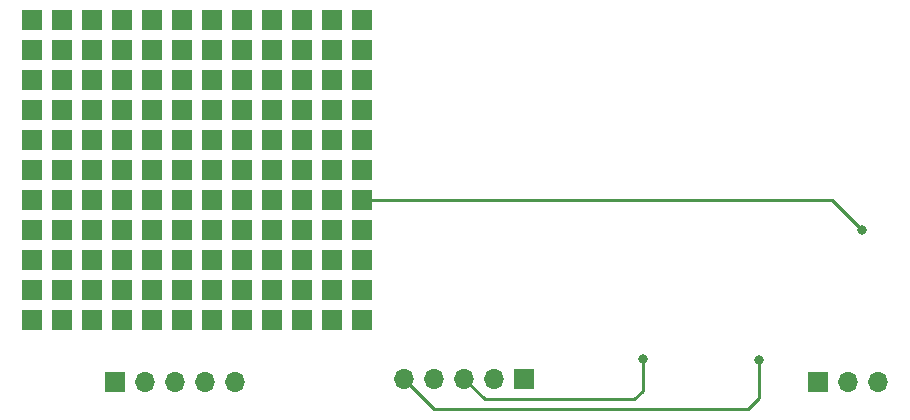
<source format=gbr>
%TF.GenerationSoftware,KiCad,Pcbnew,(6.0.9)*%
%TF.CreationDate,2022-11-20T11:02:00-05:00*%
%TF.ProjectId,PicoBoard,5069636f-426f-4617-9264-2e6b69636164,rev?*%
%TF.SameCoordinates,Original*%
%TF.FileFunction,Copper,L2,Bot*%
%TF.FilePolarity,Positive*%
%FSLAX46Y46*%
G04 Gerber Fmt 4.6, Leading zero omitted, Abs format (unit mm)*
G04 Created by KiCad (PCBNEW (6.0.9)) date 2022-11-20 11:02:00*
%MOMM*%
%LPD*%
G01*
G04 APERTURE LIST*
%TA.AperFunction,ComponentPad*%
%ADD10R,1.700000X1.700000*%
%TD*%
%TA.AperFunction,ComponentPad*%
%ADD11O,1.700000X1.700000*%
%TD*%
%TA.AperFunction,ViaPad*%
%ADD12C,0.800000*%
%TD*%
%TA.AperFunction,Conductor*%
%ADD13C,0.250000*%
%TD*%
G04 APERTURE END LIST*
D10*
%TO.P,,1*%
%TO.N,N/C*%
X27940000Y-27940000D03*
X27940000Y-27940000D03*
%TD*%
%TO.P,,1*%
%TO.N,N/C*%
X25400000Y-27940000D03*
X25400000Y-27940000D03*
%TD*%
%TO.P,,1*%
%TO.N,N/C*%
X40640000Y-27940000D03*
X40640000Y-27940000D03*
%TD*%
%TO.P,,1*%
%TO.N,N/C*%
X45720000Y-27940000D03*
X45720000Y-27940000D03*
%TD*%
%TO.P,,1*%
%TO.N,N/C*%
X22860000Y-27940000D03*
X22860000Y-27940000D03*
%TD*%
%TO.P,,1*%
%TO.N,N/C*%
X33020000Y-27940000D03*
X33020000Y-27940000D03*
%TD*%
%TO.P,,1*%
%TO.N,N/C*%
X35560000Y-27940000D03*
X35560000Y-27940000D03*
%TD*%
%TO.P,,1*%
%TO.N,N/C*%
X50800000Y-27940000D03*
X50800000Y-27940000D03*
%TD*%
%TO.P,,1*%
%TO.N,N/C*%
X43180000Y-27940000D03*
X43180000Y-27940000D03*
%TD*%
%TO.P,,1*%
%TO.N,N/C*%
X38100000Y-27940000D03*
X38100000Y-27940000D03*
%TD*%
%TO.P,,1*%
%TO.N,N/C*%
X48260000Y-27940000D03*
X48260000Y-27940000D03*
%TD*%
%TO.P,,1*%
%TO.N,N/C*%
X30480000Y-27940000D03*
X30480000Y-27940000D03*
%TD*%
%TO.P,,1*%
%TO.N,N/C*%
X48260000Y-30480000D03*
X48260000Y-30480000D03*
%TD*%
%TO.P,,1*%
%TO.N,N/C*%
X38100000Y-30480000D03*
X38100000Y-30480000D03*
%TD*%
%TO.P,,1*%
%TO.N,N/C*%
X43180000Y-30480000D03*
X43180000Y-30480000D03*
%TD*%
%TO.P,,1*%
%TO.N,N/C*%
X50800000Y-30480000D03*
X50800000Y-30480000D03*
%TD*%
%TO.P,,1*%
%TO.N,N/C*%
X22860000Y-30480000D03*
X22860000Y-30480000D03*
%TD*%
%TO.P,,1*%
%TO.N,N/C*%
X30480000Y-30480000D03*
X30480000Y-30480000D03*
%TD*%
%TO.P,,1*%
%TO.N,N/C*%
X33020000Y-30480000D03*
X33020000Y-30480000D03*
%TD*%
%TO.P,,1*%
%TO.N,N/C*%
X40640000Y-30480000D03*
X40640000Y-30480000D03*
%TD*%
%TO.P,,1*%
%TO.N,N/C*%
X27940000Y-30480000D03*
X27940000Y-30480000D03*
%TD*%
%TO.P,,1*%
%TO.N,N/C*%
X45720000Y-30480000D03*
X45720000Y-30480000D03*
%TD*%
%TO.P,,1*%
%TO.N,N/C*%
X25400000Y-30480000D03*
X25400000Y-30480000D03*
%TD*%
%TO.P,,1*%
%TO.N,N/C*%
X35560000Y-30480000D03*
X35560000Y-30480000D03*
%TD*%
%TO.P,,1*%
%TO.N,N/C*%
X33020000Y-33020000D03*
X33020000Y-33020000D03*
%TD*%
%TO.P,,1*%
%TO.N,N/C*%
X40640000Y-33020000D03*
X40640000Y-33020000D03*
%TD*%
%TO.P,,1*%
%TO.N,N/C*%
X50800000Y-33020000D03*
X50800000Y-33020000D03*
%TD*%
%TO.P,,1*%
%TO.N,N/C*%
X45720000Y-33020000D03*
X45720000Y-33020000D03*
%TD*%
%TO.P,,1*%
%TO.N,N/C*%
X35560000Y-33020000D03*
X35560000Y-33020000D03*
%TD*%
%TO.P,,1*%
%TO.N,N/C*%
X22860000Y-33020000D03*
X22860000Y-33020000D03*
%TD*%
%TO.P,,1*%
%TO.N,N/C*%
X43180000Y-33020000D03*
X43180000Y-33020000D03*
%TD*%
%TO.P,,1*%
%TO.N,N/C*%
X48260000Y-33020000D03*
X48260000Y-33020000D03*
%TD*%
%TO.P,,1*%
%TO.N,N/C*%
X27940000Y-33020000D03*
X27940000Y-33020000D03*
%TD*%
%TO.P,,1*%
%TO.N,N/C*%
X38100000Y-33020000D03*
X38100000Y-33020000D03*
%TD*%
%TO.P,,1*%
%TO.N,N/C*%
X25400000Y-33020000D03*
X25400000Y-33020000D03*
%TD*%
%TO.P,,1*%
%TO.N,N/C*%
X30480000Y-33020000D03*
X30480000Y-33020000D03*
%TD*%
%TO.P,,1*%
%TO.N,N/C*%
X45720000Y-35560000D03*
X45720000Y-35560000D03*
%TD*%
%TO.P,,1*%
%TO.N,N/C*%
X38100000Y-35560000D03*
X38100000Y-35560000D03*
%TD*%
%TO.P,,1*%
%TO.N,N/C*%
X25400000Y-35560000D03*
X25400000Y-35560000D03*
%TD*%
%TO.P,,1*%
%TO.N,N/C*%
X33020000Y-35560000D03*
X33020000Y-35560000D03*
%TD*%
%TO.P,,1*%
%TO.N,N/C*%
X27940000Y-35560000D03*
X27940000Y-35560000D03*
%TD*%
%TO.P,,1*%
%TO.N,N/C*%
X48260000Y-35560000D03*
X48260000Y-35560000D03*
%TD*%
%TO.P,,1*%
%TO.N,N/C*%
X40640000Y-35560000D03*
X40640000Y-35560000D03*
%TD*%
%TO.P,,1*%
%TO.N,N/C*%
X35560000Y-35560000D03*
X35560000Y-35560000D03*
%TD*%
%TO.P,,1*%
%TO.N,N/C*%
X50800000Y-35560000D03*
X50800000Y-35560000D03*
%TD*%
%TO.P,,1*%
%TO.N,N/C*%
X30480000Y-35560000D03*
X30480000Y-35560000D03*
%TD*%
%TO.P,,1*%
%TO.N,N/C*%
X22860000Y-35560000D03*
X22860000Y-35560000D03*
%TD*%
%TO.P,,1*%
%TO.N,N/C*%
X43180000Y-35560000D03*
X43180000Y-35560000D03*
%TD*%
%TO.P,,1*%
%TO.N,N/C*%
X35560000Y-38100000D03*
X35560000Y-38100000D03*
%TD*%
%TO.P,,1*%
%TO.N,N/C*%
X27940000Y-38100000D03*
X27940000Y-38100000D03*
%TD*%
%TO.P,,1*%
%TO.N,N/C*%
X45720000Y-38100000D03*
X45720000Y-38100000D03*
%TD*%
%TO.P,,1*%
%TO.N,N/C*%
X40640000Y-38100000D03*
X40640000Y-38100000D03*
%TD*%
%TO.P,,1*%
%TO.N,N/C*%
X48260000Y-38100000D03*
X48260000Y-38100000D03*
%TD*%
%TO.P,,1*%
%TO.N,N/C*%
X43180000Y-38100000D03*
X43180000Y-38100000D03*
%TD*%
%TO.P,,1*%
%TO.N,N/C*%
X25400000Y-38100000D03*
X25400000Y-38100000D03*
%TD*%
%TO.P,,1*%
%TO.N,N/C*%
X33020000Y-38100000D03*
X33020000Y-38100000D03*
%TD*%
%TO.P,,1*%
%TO.N,N/C*%
X50800000Y-38100000D03*
X50800000Y-38100000D03*
%TD*%
%TO.P,,1*%
%TO.N,N/C*%
X22860000Y-38100000D03*
X22860000Y-38100000D03*
%TD*%
%TO.P,,1*%
%TO.N,N/C*%
X30480000Y-38100000D03*
X30480000Y-38100000D03*
%TD*%
%TO.P,,1*%
%TO.N,N/C*%
X38100000Y-38100000D03*
X38100000Y-38100000D03*
%TD*%
%TO.P,,1*%
%TO.N,N/C*%
X27940000Y-40640000D03*
X27940000Y-40640000D03*
%TD*%
%TO.P,,1*%
%TO.N,N/C*%
X35560000Y-40640000D03*
X35560000Y-40640000D03*
%TD*%
%TO.P,,1*%
%TO.N,N/C*%
X33020000Y-40640000D03*
X33020000Y-40640000D03*
%TD*%
%TO.P,,1*%
%TO.N,N/C*%
X25400000Y-40640000D03*
X25400000Y-40640000D03*
%TD*%
%TO.P,,1*%
%TO.N,N/C*%
X40640000Y-40640000D03*
X40640000Y-40640000D03*
%TD*%
%TO.P,,1*%
%TO.N,N/C*%
X50800000Y-40640000D03*
X50800000Y-40640000D03*
%TD*%
%TO.P,,1*%
%TO.N,N/C*%
X30480000Y-40640000D03*
X30480000Y-40640000D03*
%TD*%
%TO.P,,1*%
%TO.N,N/C*%
X45720000Y-40640000D03*
X45720000Y-40640000D03*
%TD*%
%TO.P,,1*%
%TO.N,N/C*%
X48260000Y-40640000D03*
X48260000Y-40640000D03*
%TD*%
%TO.P,,1*%
%TO.N,N/C*%
X43180000Y-40640000D03*
X43180000Y-40640000D03*
%TD*%
%TO.P,,1*%
%TO.N,N/C*%
X22860000Y-40640000D03*
X22860000Y-40640000D03*
%TD*%
%TO.P,,1*%
%TO.N,N/C*%
X38100000Y-40640000D03*
X38100000Y-40640000D03*
%TD*%
%TO.P,,1*%
%TO.N,N/C*%
X22860000Y-43180000D03*
X22860000Y-43180000D03*
%TD*%
%TO.P,,1*%
%TO.N,N/C*%
X45720000Y-43180000D03*
X45720000Y-43180000D03*
%TD*%
%TO.P,,1*%
%TO.N,N/C*%
X48260000Y-43180000D03*
X48260000Y-43180000D03*
%TD*%
%TO.P,,1*%
%TO.N,N/C*%
X38100000Y-43180000D03*
X38100000Y-43180000D03*
%TD*%
%TO.P,,1*%
%TO.N,N/C*%
X40640000Y-43180000D03*
X40640000Y-43180000D03*
%TD*%
%TO.P,,1*%
%TO.N,N/C*%
X27940000Y-43180000D03*
X27940000Y-43180000D03*
%TD*%
%TO.P,,1*%
%TO.N,N/C*%
X33020000Y-43180000D03*
X33020000Y-43180000D03*
%TD*%
%TO.P,,1*%
%TO.N,N/C*%
X25400000Y-43180000D03*
X25400000Y-43180000D03*
%TD*%
%TO.P,,1*%
%TO.N,N/C*%
X50800000Y-43180000D03*
X50800000Y-43180000D03*
%TD*%
%TO.P,,1*%
%TO.N,N/C*%
X35560000Y-43180000D03*
X35560000Y-43180000D03*
%TD*%
%TO.P,,1*%
%TO.N,N/C*%
X43180000Y-43180000D03*
X43180000Y-43180000D03*
%TD*%
%TO.P,,1*%
%TO.N,N/C*%
X30480000Y-43180000D03*
X30480000Y-43180000D03*
%TD*%
%TO.P,,1*%
%TO.N,N/C*%
X35560000Y-45720000D03*
X35560000Y-45720000D03*
%TD*%
%TO.P,,1*%
%TO.N,N/C*%
X27940000Y-45720000D03*
X27940000Y-45720000D03*
%TD*%
%TO.P,,1*%
%TO.N,N/C*%
X45720000Y-45720000D03*
X45720000Y-45720000D03*
%TD*%
%TO.P,,1*%
%TO.N,N/C*%
X38100000Y-45720000D03*
X38100000Y-45720000D03*
%TD*%
%TO.P,,1*%
%TO.N,N/C*%
X25400000Y-45720000D03*
X25400000Y-45720000D03*
%TD*%
%TO.P,,1*%
%TO.N,N/C*%
X22860000Y-45720000D03*
X22860000Y-45720000D03*
%TD*%
%TO.P,,1*%
%TO.N,N/C*%
X50800000Y-45720000D03*
X50800000Y-45720000D03*
%TD*%
%TO.P,,1*%
%TO.N,N/C*%
X33020000Y-45720000D03*
X33020000Y-45720000D03*
%TD*%
%TO.P,,1*%
%TO.N,N/C*%
X40640000Y-45720000D03*
X40640000Y-45720000D03*
%TD*%
%TO.P,,1*%
%TO.N,N/C*%
X30480000Y-45720000D03*
X30480000Y-45720000D03*
%TD*%
%TO.P,,1*%
%TO.N,N/C*%
X48260000Y-45720000D03*
X48260000Y-45720000D03*
%TD*%
%TO.P,,1*%
%TO.N,N/C*%
X43180000Y-45720000D03*
X43180000Y-45720000D03*
%TD*%
%TO.P,,1*%
%TO.N,N/C*%
X50800000Y-48260000D03*
X50800000Y-48260000D03*
%TD*%
%TO.P,,1*%
%TO.N,N/C*%
X33020000Y-48260000D03*
X33020000Y-48260000D03*
%TD*%
%TO.P,,1*%
%TO.N,N/C*%
X30480000Y-48260000D03*
X30480000Y-48260000D03*
%TD*%
%TO.P,,1*%
%TO.N,N/C*%
X25400000Y-48260000D03*
X25400000Y-48260000D03*
%TD*%
%TO.P,,1*%
%TO.N,N/C*%
X35560000Y-48260000D03*
X35560000Y-48260000D03*
%TD*%
%TO.P,,1*%
%TO.N,N/C*%
X27940000Y-48260000D03*
X27940000Y-48260000D03*
%TD*%
%TO.P,,1*%
%TO.N,N/C*%
X38100000Y-48260000D03*
X38100000Y-48260000D03*
%TD*%
%TO.P,,1*%
%TO.N,N/C*%
X45720000Y-48260000D03*
X45720000Y-48260000D03*
%TD*%
%TO.P,,1*%
%TO.N,N/C*%
X40640000Y-48260000D03*
X40640000Y-48260000D03*
%TD*%
%TO.P,,1*%
%TO.N,N/C*%
X48260000Y-48260000D03*
X48260000Y-48260000D03*
%TD*%
%TO.P,,1*%
%TO.N,N/C*%
X22860000Y-48260000D03*
X22860000Y-48260000D03*
%TD*%
%TO.P,,1*%
%TO.N,N/C*%
X43180000Y-48260000D03*
X43180000Y-48260000D03*
%TD*%
%TO.P,,1*%
%TO.N,N/C*%
X30480000Y-50800000D03*
X30480000Y-50800000D03*
%TD*%
%TO.P,,1*%
%TO.N,N/C*%
X40640000Y-50800000D03*
X40640000Y-50800000D03*
%TD*%
%TO.P,,1*%
%TO.N,N/C*%
X50800000Y-50800000D03*
X50800000Y-50800000D03*
%TD*%
%TO.P,,1*%
%TO.N,N/C*%
X45720000Y-50800000D03*
X45720000Y-50800000D03*
%TD*%
%TO.P,,1*%
%TO.N,N/C*%
X33020000Y-50800000D03*
X33020000Y-50800000D03*
%TD*%
%TO.P,,1*%
%TO.N,N/C*%
X25400000Y-50800000D03*
X25400000Y-50800000D03*
%TD*%
%TO.P,,1*%
%TO.N,N/C*%
X48260000Y-50800000D03*
X48260000Y-50800000D03*
%TD*%
%TO.P,,1*%
%TO.N,N/C*%
X43180000Y-50800000D03*
X43180000Y-50800000D03*
%TD*%
%TO.P,,1*%
%TO.N,N/C*%
X35560000Y-50800000D03*
X35560000Y-50800000D03*
%TD*%
%TO.P,,1*%
%TO.N,N/C*%
X38100000Y-50800000D03*
X38100000Y-50800000D03*
%TD*%
%TO.P,,1*%
%TO.N,N/C*%
X27940000Y-50800000D03*
X27940000Y-50800000D03*
%TD*%
%TO.P,,1*%
%TO.N,N/C*%
X22860000Y-50800000D03*
X22860000Y-50800000D03*
%TD*%
%TO.P,,1*%
%TO.N,N/C*%
X22860000Y-53340000D03*
X22860000Y-53340000D03*
%TD*%
%TO.P,,1*%
%TO.N,N/C*%
X25400000Y-53340000D03*
X25400000Y-53340000D03*
%TD*%
%TO.P,,1*%
%TO.N,N/C*%
X27940000Y-53340000D03*
X27940000Y-53340000D03*
%TD*%
%TO.P,,1*%
%TO.N,N/C*%
X30480000Y-53340000D03*
X30480000Y-53340000D03*
%TD*%
%TO.P,,1*%
%TO.N,N/C*%
X33020000Y-53340000D03*
X33020000Y-53340000D03*
%TD*%
%TO.P,,1*%
%TO.N,N/C*%
X35560000Y-53340000D03*
X35560000Y-53340000D03*
%TD*%
%TO.P,,1*%
%TO.N,N/C*%
X38100000Y-53340000D03*
X38100000Y-53340000D03*
%TD*%
%TO.P,,1*%
%TO.N,N/C*%
X40640000Y-53340000D03*
X40640000Y-53340000D03*
%TD*%
%TO.P,,1*%
%TO.N,N/C*%
X43180000Y-53340000D03*
X43180000Y-53340000D03*
%TD*%
%TO.P,,1*%
%TO.N,N/C*%
X45720000Y-53340000D03*
X45720000Y-53340000D03*
%TD*%
%TO.P,,1*%
%TO.N,N/C*%
X48260000Y-53340000D03*
X48260000Y-53340000D03*
%TD*%
%TO.P,,1*%
%TO.N,N/C*%
X50800000Y-53340000D03*
X50800000Y-53340000D03*
%TD*%
D11*
%TO.P,J1,1,Pin_1*%
%TO.N,unconnected-(J1-Pad1)*%
X94525000Y-58625000D03*
%TO.P,J1,2,Pin_2*%
%TO.N,Net-(J1-Pad2)*%
X91985000Y-58625000D03*
D10*
%TO.P,J1,3,Pin_3*%
%TO.N,Earth*%
X89445000Y-58625000D03*
%TD*%
D11*
%TO.P,J3,5,Pin_5*%
%TO.N,Net-(J2-Pad5)*%
X40075000Y-58625000D03*
%TO.P,J3,4,Pin_4*%
%TO.N,+5V*%
X37535000Y-58625000D03*
%TO.P,J3,3,Pin_3*%
%TO.N,Net-(J2-Pad3)*%
X34995000Y-58625000D03*
%TO.P,J3,2,Pin_2*%
%TO.N,unconnected-(J3-Pad2)*%
X32455000Y-58625000D03*
D10*
%TO.P,J3,1,Pin_1*%
%TO.N,Earth*%
X29915000Y-58625000D03*
%TD*%
%TO.P,J2,1,Pin_1*%
%TO.N,Earth*%
X64571000Y-58319000D03*
D11*
%TO.P,J2,2,Pin_2*%
%TO.N,unconnected-(J2-Pad2)*%
X62031000Y-58319000D03*
%TO.P,J2,3,Pin_3*%
%TO.N,Net-(J2-Pad3)*%
X59491000Y-58319000D03*
%TO.P,J2,4,Pin_4*%
%TO.N,+5V*%
X56951000Y-58319000D03*
%TO.P,J2,5,Pin_5*%
%TO.N,Net-(J2-Pad5)*%
X54411000Y-58319000D03*
%TD*%
D12*
%TO.N,*%
X93140080Y-45691360D03*
%TO.N,Net-(J2-Pad3)*%
X74600000Y-56660000D03*
%TO.N,Net-(J2-Pad5)*%
X84410000Y-56770000D03*
%TD*%
D13*
%TO.N,*%
X93140080Y-45691360D02*
X90628720Y-43180000D01*
X90628720Y-43180000D02*
X50800000Y-43180000D01*
%TO.N,Net-(J2-Pad3)*%
X73860000Y-60060000D02*
X61232000Y-60060000D01*
X74600000Y-59320000D02*
X73860000Y-60060000D01*
X74600000Y-56660000D02*
X74600000Y-59320000D01*
X61232000Y-60060000D02*
X59491000Y-58319000D01*
%TO.N,Net-(J2-Pad5)*%
X56932000Y-60840000D02*
X54411000Y-58319000D01*
X83520000Y-60840000D02*
X56932000Y-60840000D01*
X84410000Y-56770000D02*
X84410000Y-59950000D01*
X84410000Y-59950000D02*
X83520000Y-60840000D01*
%TD*%
M02*

</source>
